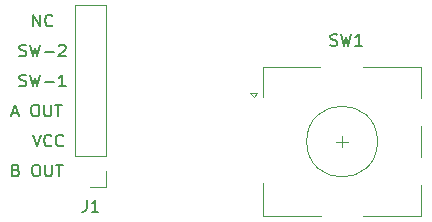
<source format=gbr>
G04 #@! TF.GenerationSoftware,KiCad,Pcbnew,(5.1.4)-1*
G04 #@! TF.CreationDate,2019-11-27T05:32:18-05:00*
G04 #@! TF.ProjectId,Rotary Encoder Breakout Board,526f7461-7279-4204-956e-636f64657220,rev?*
G04 #@! TF.SameCoordinates,Original*
G04 #@! TF.FileFunction,Legend,Top*
G04 #@! TF.FilePolarity,Positive*
%FSLAX46Y46*%
G04 Gerber Fmt 4.6, Leading zero omitted, Abs format (unit mm)*
G04 Created by KiCad (PCBNEW (5.1.4)-1) date 2019-11-27 05:32:18*
%MOMM*%
%LPD*%
G04 APERTURE LIST*
%ADD10C,0.150000*%
%ADD11C,0.120000*%
G04 APERTURE END LIST*
D10*
X112498285Y-85796380D02*
X112498285Y-84796380D01*
X113069714Y-85796380D01*
X113069714Y-84796380D01*
X114117333Y-85701142D02*
X114069714Y-85748761D01*
X113926857Y-85796380D01*
X113831619Y-85796380D01*
X113688761Y-85748761D01*
X113593523Y-85653523D01*
X113545904Y-85558285D01*
X113498285Y-85367809D01*
X113498285Y-85224952D01*
X113545904Y-85034476D01*
X113593523Y-84939238D01*
X113688761Y-84844000D01*
X113831619Y-84796380D01*
X113926857Y-84796380D01*
X114069714Y-84844000D01*
X114117333Y-84891619D01*
X111331619Y-88288761D02*
X111474476Y-88336380D01*
X111712571Y-88336380D01*
X111807809Y-88288761D01*
X111855428Y-88241142D01*
X111903047Y-88145904D01*
X111903047Y-88050666D01*
X111855428Y-87955428D01*
X111807809Y-87907809D01*
X111712571Y-87860190D01*
X111522095Y-87812571D01*
X111426857Y-87764952D01*
X111379238Y-87717333D01*
X111331619Y-87622095D01*
X111331619Y-87526857D01*
X111379238Y-87431619D01*
X111426857Y-87384000D01*
X111522095Y-87336380D01*
X111760190Y-87336380D01*
X111903047Y-87384000D01*
X112236380Y-87336380D02*
X112474476Y-88336380D01*
X112664952Y-87622095D01*
X112855428Y-88336380D01*
X113093523Y-87336380D01*
X113474476Y-87955428D02*
X114236380Y-87955428D01*
X114664952Y-87431619D02*
X114712571Y-87384000D01*
X114807809Y-87336380D01*
X115045904Y-87336380D01*
X115141142Y-87384000D01*
X115188761Y-87431619D01*
X115236380Y-87526857D01*
X115236380Y-87622095D01*
X115188761Y-87764952D01*
X114617333Y-88336380D01*
X115236380Y-88336380D01*
X111331619Y-90828761D02*
X111474476Y-90876380D01*
X111712571Y-90876380D01*
X111807809Y-90828761D01*
X111855428Y-90781142D01*
X111903047Y-90685904D01*
X111903047Y-90590666D01*
X111855428Y-90495428D01*
X111807809Y-90447809D01*
X111712571Y-90400190D01*
X111522095Y-90352571D01*
X111426857Y-90304952D01*
X111379238Y-90257333D01*
X111331619Y-90162095D01*
X111331619Y-90066857D01*
X111379238Y-89971619D01*
X111426857Y-89924000D01*
X111522095Y-89876380D01*
X111760190Y-89876380D01*
X111903047Y-89924000D01*
X112236380Y-89876380D02*
X112474476Y-90876380D01*
X112664952Y-90162095D01*
X112855428Y-90876380D01*
X113093523Y-89876380D01*
X113474476Y-90495428D02*
X114236380Y-90495428D01*
X115236380Y-90876380D02*
X114664952Y-90876380D01*
X114950666Y-90876380D02*
X114950666Y-89876380D01*
X114855428Y-90019238D01*
X114760190Y-90114476D01*
X114664952Y-90162095D01*
X111037904Y-97972571D02*
X111180761Y-98020190D01*
X111228380Y-98067809D01*
X111276000Y-98163047D01*
X111276000Y-98305904D01*
X111228380Y-98401142D01*
X111180761Y-98448761D01*
X111085523Y-98496380D01*
X110704571Y-98496380D01*
X110704571Y-97496380D01*
X111037904Y-97496380D01*
X111133142Y-97544000D01*
X111180761Y-97591619D01*
X111228380Y-97686857D01*
X111228380Y-97782095D01*
X111180761Y-97877333D01*
X111133142Y-97924952D01*
X111037904Y-97972571D01*
X110704571Y-97972571D01*
X112656952Y-97496380D02*
X112847428Y-97496380D01*
X112942666Y-97544000D01*
X113037904Y-97639238D01*
X113085523Y-97829714D01*
X113085523Y-98163047D01*
X113037904Y-98353523D01*
X112942666Y-98448761D01*
X112847428Y-98496380D01*
X112656952Y-98496380D01*
X112561714Y-98448761D01*
X112466476Y-98353523D01*
X112418857Y-98163047D01*
X112418857Y-97829714D01*
X112466476Y-97639238D01*
X112561714Y-97544000D01*
X112656952Y-97496380D01*
X113514095Y-97496380D02*
X113514095Y-98305904D01*
X113561714Y-98401142D01*
X113609333Y-98448761D01*
X113704571Y-98496380D01*
X113895047Y-98496380D01*
X113990285Y-98448761D01*
X114037904Y-98401142D01*
X114085523Y-98305904D01*
X114085523Y-97496380D01*
X114418857Y-97496380D02*
X114990285Y-97496380D01*
X114704571Y-98496380D02*
X114704571Y-97496380D01*
X112458666Y-94956380D02*
X112792000Y-95956380D01*
X113125333Y-94956380D01*
X114030095Y-95861142D02*
X113982476Y-95908761D01*
X113839619Y-95956380D01*
X113744380Y-95956380D01*
X113601523Y-95908761D01*
X113506285Y-95813523D01*
X113458666Y-95718285D01*
X113411047Y-95527809D01*
X113411047Y-95384952D01*
X113458666Y-95194476D01*
X113506285Y-95099238D01*
X113601523Y-95004000D01*
X113744380Y-94956380D01*
X113839619Y-94956380D01*
X113982476Y-95004000D01*
X114030095Y-95051619D01*
X115030095Y-95861142D02*
X114982476Y-95908761D01*
X114839619Y-95956380D01*
X114744380Y-95956380D01*
X114601523Y-95908761D01*
X114506285Y-95813523D01*
X114458666Y-95718285D01*
X114411047Y-95527809D01*
X114411047Y-95384952D01*
X114458666Y-95194476D01*
X114506285Y-95099238D01*
X114601523Y-95004000D01*
X114744380Y-94956380D01*
X114839619Y-94956380D01*
X114982476Y-95004000D01*
X115030095Y-95051619D01*
X110728380Y-93130666D02*
X111204571Y-93130666D01*
X110633142Y-93416380D02*
X110966476Y-92416380D01*
X111299809Y-93416380D01*
X112585523Y-92416380D02*
X112776000Y-92416380D01*
X112871238Y-92464000D01*
X112966476Y-92559238D01*
X113014095Y-92749714D01*
X113014095Y-93083047D01*
X112966476Y-93273523D01*
X112871238Y-93368761D01*
X112776000Y-93416380D01*
X112585523Y-93416380D01*
X112490285Y-93368761D01*
X112395047Y-93273523D01*
X112347428Y-93083047D01*
X112347428Y-92749714D01*
X112395047Y-92559238D01*
X112490285Y-92464000D01*
X112585523Y-92416380D01*
X113442666Y-92416380D02*
X113442666Y-93225904D01*
X113490285Y-93321142D01*
X113537904Y-93368761D01*
X113633142Y-93416380D01*
X113823619Y-93416380D01*
X113918857Y-93368761D01*
X113966476Y-93321142D01*
X114014095Y-93225904D01*
X114014095Y-92416380D01*
X114347428Y-92416380D02*
X114918857Y-92416380D01*
X114633142Y-93416380D02*
X114633142Y-92416380D01*
D11*
X141650000Y-95550000D02*
G75*
G03X141650000Y-95550000I-3000000J0D01*
G01*
X140450000Y-89250000D02*
X145350000Y-89250000D01*
X145350000Y-101850000D02*
X140450000Y-101850000D01*
X136850000Y-101850000D02*
X131950000Y-101850000D01*
X131950000Y-101850000D02*
X131950000Y-99050000D01*
X136750000Y-89250000D02*
X131950000Y-89250000D01*
X131950000Y-89250000D02*
X131950000Y-91750000D01*
X131150000Y-91750000D02*
X130850000Y-91450000D01*
X130850000Y-91450000D02*
X131450000Y-91450000D01*
X131450000Y-91450000D02*
X131150000Y-91750000D01*
X145350000Y-89250000D02*
X145350000Y-91850000D01*
X145350000Y-94250000D02*
X145350000Y-96850000D01*
X145350000Y-99250000D02*
X145350000Y-101850000D01*
X138650000Y-95050000D02*
X138650000Y-96050000D01*
X138150000Y-95550000D02*
X139150000Y-95550000D01*
X118678000Y-99374000D02*
X117348000Y-99374000D01*
X118678000Y-98044000D02*
X118678000Y-99374000D01*
X118678000Y-96774000D02*
X116018000Y-96774000D01*
X116018000Y-96774000D02*
X116018000Y-84014000D01*
X118678000Y-96774000D02*
X118678000Y-84014000D01*
X118678000Y-84014000D02*
X116018000Y-84014000D01*
D10*
X137666666Y-87404761D02*
X137809523Y-87452380D01*
X138047619Y-87452380D01*
X138142857Y-87404761D01*
X138190476Y-87357142D01*
X138238095Y-87261904D01*
X138238095Y-87166666D01*
X138190476Y-87071428D01*
X138142857Y-87023809D01*
X138047619Y-86976190D01*
X137857142Y-86928571D01*
X137761904Y-86880952D01*
X137714285Y-86833333D01*
X137666666Y-86738095D01*
X137666666Y-86642857D01*
X137714285Y-86547619D01*
X137761904Y-86500000D01*
X137857142Y-86452380D01*
X138095238Y-86452380D01*
X138238095Y-86500000D01*
X138571428Y-86452380D02*
X138809523Y-87452380D01*
X139000000Y-86738095D01*
X139190476Y-87452380D01*
X139428571Y-86452380D01*
X140333333Y-87452380D02*
X139761904Y-87452380D01*
X140047619Y-87452380D02*
X140047619Y-86452380D01*
X139952380Y-86595238D01*
X139857142Y-86690476D01*
X139761904Y-86738095D01*
X117014666Y-100496380D02*
X117014666Y-101210666D01*
X116967047Y-101353523D01*
X116871809Y-101448761D01*
X116728952Y-101496380D01*
X116633714Y-101496380D01*
X118014666Y-101496380D02*
X117443238Y-101496380D01*
X117728952Y-101496380D02*
X117728952Y-100496380D01*
X117633714Y-100639238D01*
X117538476Y-100734476D01*
X117443238Y-100782095D01*
M02*

</source>
